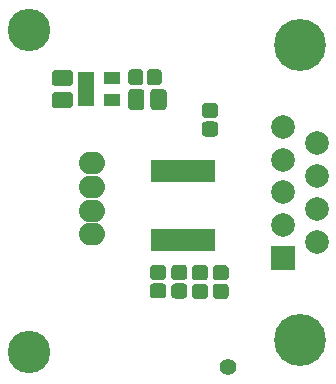
<source format=gbs>
G04 #@! TF.GenerationSoftware,KiCad,Pcbnew,(5.1.2)-1*
G04 #@! TF.CreationDate,2019-11-04T01:50:09+09:00*
G04 #@! TF.ProjectId,IR,49522e6b-6963-4616-945f-706362585858,v1.1*
G04 #@! TF.SameCoordinates,Original*
G04 #@! TF.FileFunction,Soldermask,Bot*
G04 #@! TF.FilePolarity,Negative*
%FSLAX46Y46*%
G04 Gerber Fmt 4.6, Leading zero omitted, Abs format (unit mm)*
G04 Created by KiCad (PCBNEW (5.1.2)-1) date 2019-11-04 01:50:09*
%MOMM*%
%LPD*%
G04 APERTURE LIST*
%ADD10C,3.600000*%
%ADD11O,2.200000X1.924000*%
%ADD12C,0.050000*%
%ADD13C,1.375000*%
%ADD14C,1.275000*%
%ADD15R,1.460000X1.050000*%
%ADD16C,1.400000*%
%ADD17R,0.850000X1.900000*%
%ADD18R,2.000000X2.000000*%
%ADD19C,2.000000*%
%ADD20C,4.400000*%
G04 APERTURE END LIST*
D10*
X179900000Y-124000000D03*
X179900000Y-96700000D03*
D11*
X185200000Y-114000000D03*
X185200000Y-112000000D03*
X185200000Y-110000000D03*
X185200000Y-108000000D03*
D12*
G36*
X183289943Y-100076655D02*
G01*
X183323312Y-100081605D01*
X183356035Y-100089802D01*
X183387797Y-100101166D01*
X183418293Y-100115590D01*
X183447227Y-100132932D01*
X183474323Y-100153028D01*
X183499318Y-100175682D01*
X183521972Y-100200677D01*
X183542068Y-100227773D01*
X183559410Y-100256707D01*
X183573834Y-100287203D01*
X183585198Y-100318965D01*
X183593395Y-100351688D01*
X183598345Y-100385057D01*
X183600000Y-100418750D01*
X183600000Y-101106250D01*
X183598345Y-101139943D01*
X183593395Y-101173312D01*
X183585198Y-101206035D01*
X183573834Y-101237797D01*
X183559410Y-101268293D01*
X183542068Y-101297227D01*
X183521972Y-101324323D01*
X183499318Y-101349318D01*
X183474323Y-101371972D01*
X183447227Y-101392068D01*
X183418293Y-101409410D01*
X183387797Y-101423834D01*
X183356035Y-101435198D01*
X183323312Y-101443395D01*
X183289943Y-101448345D01*
X183256250Y-101450000D01*
X182143750Y-101450000D01*
X182110057Y-101448345D01*
X182076688Y-101443395D01*
X182043965Y-101435198D01*
X182012203Y-101423834D01*
X181981707Y-101409410D01*
X181952773Y-101392068D01*
X181925677Y-101371972D01*
X181900682Y-101349318D01*
X181878028Y-101324323D01*
X181857932Y-101297227D01*
X181840590Y-101268293D01*
X181826166Y-101237797D01*
X181814802Y-101206035D01*
X181806605Y-101173312D01*
X181801655Y-101139943D01*
X181800000Y-101106250D01*
X181800000Y-100418750D01*
X181801655Y-100385057D01*
X181806605Y-100351688D01*
X181814802Y-100318965D01*
X181826166Y-100287203D01*
X181840590Y-100256707D01*
X181857932Y-100227773D01*
X181878028Y-100200677D01*
X181900682Y-100175682D01*
X181925677Y-100153028D01*
X181952773Y-100132932D01*
X181981707Y-100115590D01*
X182012203Y-100101166D01*
X182043965Y-100089802D01*
X182076688Y-100081605D01*
X182110057Y-100076655D01*
X182143750Y-100075000D01*
X183256250Y-100075000D01*
X183289943Y-100076655D01*
X183289943Y-100076655D01*
G37*
D13*
X182700000Y-100762500D03*
D12*
G36*
X183289943Y-101951655D02*
G01*
X183323312Y-101956605D01*
X183356035Y-101964802D01*
X183387797Y-101976166D01*
X183418293Y-101990590D01*
X183447227Y-102007932D01*
X183474323Y-102028028D01*
X183499318Y-102050682D01*
X183521972Y-102075677D01*
X183542068Y-102102773D01*
X183559410Y-102131707D01*
X183573834Y-102162203D01*
X183585198Y-102193965D01*
X183593395Y-102226688D01*
X183598345Y-102260057D01*
X183600000Y-102293750D01*
X183600000Y-102981250D01*
X183598345Y-103014943D01*
X183593395Y-103048312D01*
X183585198Y-103081035D01*
X183573834Y-103112797D01*
X183559410Y-103143293D01*
X183542068Y-103172227D01*
X183521972Y-103199323D01*
X183499318Y-103224318D01*
X183474323Y-103246972D01*
X183447227Y-103267068D01*
X183418293Y-103284410D01*
X183387797Y-103298834D01*
X183356035Y-103310198D01*
X183323312Y-103318395D01*
X183289943Y-103323345D01*
X183256250Y-103325000D01*
X182143750Y-103325000D01*
X182110057Y-103323345D01*
X182076688Y-103318395D01*
X182043965Y-103310198D01*
X182012203Y-103298834D01*
X181981707Y-103284410D01*
X181952773Y-103267068D01*
X181925677Y-103246972D01*
X181900682Y-103224318D01*
X181878028Y-103199323D01*
X181857932Y-103172227D01*
X181840590Y-103143293D01*
X181826166Y-103112797D01*
X181814802Y-103081035D01*
X181806605Y-103048312D01*
X181801655Y-103014943D01*
X181800000Y-102981250D01*
X181800000Y-102293750D01*
X181801655Y-102260057D01*
X181806605Y-102226688D01*
X181814802Y-102193965D01*
X181826166Y-102162203D01*
X181840590Y-102131707D01*
X181857932Y-102102773D01*
X181878028Y-102075677D01*
X181900682Y-102050682D01*
X181925677Y-102028028D01*
X181952773Y-102007932D01*
X181981707Y-101990590D01*
X182012203Y-101976166D01*
X182043965Y-101964802D01*
X182076688Y-101956605D01*
X182110057Y-101951655D01*
X182143750Y-101950000D01*
X183256250Y-101950000D01*
X183289943Y-101951655D01*
X183289943Y-101951655D01*
G37*
D13*
X182700000Y-102637500D03*
D12*
G36*
X190837493Y-100026535D02*
G01*
X190868435Y-100031125D01*
X190898778Y-100038725D01*
X190928230Y-100049263D01*
X190956508Y-100062638D01*
X190983338Y-100078719D01*
X191008463Y-100097353D01*
X191031640Y-100118360D01*
X191052647Y-100141537D01*
X191071281Y-100166662D01*
X191087362Y-100193492D01*
X191100737Y-100221770D01*
X191111275Y-100251222D01*
X191118875Y-100281565D01*
X191123465Y-100312507D01*
X191125000Y-100343750D01*
X191125000Y-101056250D01*
X191123465Y-101087493D01*
X191118875Y-101118435D01*
X191111275Y-101148778D01*
X191100737Y-101178230D01*
X191087362Y-101206508D01*
X191071281Y-101233338D01*
X191052647Y-101258463D01*
X191031640Y-101281640D01*
X191008463Y-101302647D01*
X190983338Y-101321281D01*
X190956508Y-101337362D01*
X190928230Y-101350737D01*
X190898778Y-101361275D01*
X190868435Y-101368875D01*
X190837493Y-101373465D01*
X190806250Y-101375000D01*
X190168750Y-101375000D01*
X190137507Y-101373465D01*
X190106565Y-101368875D01*
X190076222Y-101361275D01*
X190046770Y-101350737D01*
X190018492Y-101337362D01*
X189991662Y-101321281D01*
X189966537Y-101302647D01*
X189943360Y-101281640D01*
X189922353Y-101258463D01*
X189903719Y-101233338D01*
X189887638Y-101206508D01*
X189874263Y-101178230D01*
X189863725Y-101148778D01*
X189856125Y-101118435D01*
X189851535Y-101087493D01*
X189850000Y-101056250D01*
X189850000Y-100343750D01*
X189851535Y-100312507D01*
X189856125Y-100281565D01*
X189863725Y-100251222D01*
X189874263Y-100221770D01*
X189887638Y-100193492D01*
X189903719Y-100166662D01*
X189922353Y-100141537D01*
X189943360Y-100118360D01*
X189966537Y-100097353D01*
X189991662Y-100078719D01*
X190018492Y-100062638D01*
X190046770Y-100049263D01*
X190076222Y-100038725D01*
X190106565Y-100031125D01*
X190137507Y-100026535D01*
X190168750Y-100025000D01*
X190806250Y-100025000D01*
X190837493Y-100026535D01*
X190837493Y-100026535D01*
G37*
D14*
X190487500Y-100700000D03*
D12*
G36*
X189262493Y-100026535D02*
G01*
X189293435Y-100031125D01*
X189323778Y-100038725D01*
X189353230Y-100049263D01*
X189381508Y-100062638D01*
X189408338Y-100078719D01*
X189433463Y-100097353D01*
X189456640Y-100118360D01*
X189477647Y-100141537D01*
X189496281Y-100166662D01*
X189512362Y-100193492D01*
X189525737Y-100221770D01*
X189536275Y-100251222D01*
X189543875Y-100281565D01*
X189548465Y-100312507D01*
X189550000Y-100343750D01*
X189550000Y-101056250D01*
X189548465Y-101087493D01*
X189543875Y-101118435D01*
X189536275Y-101148778D01*
X189525737Y-101178230D01*
X189512362Y-101206508D01*
X189496281Y-101233338D01*
X189477647Y-101258463D01*
X189456640Y-101281640D01*
X189433463Y-101302647D01*
X189408338Y-101321281D01*
X189381508Y-101337362D01*
X189353230Y-101350737D01*
X189323778Y-101361275D01*
X189293435Y-101368875D01*
X189262493Y-101373465D01*
X189231250Y-101375000D01*
X188593750Y-101375000D01*
X188562507Y-101373465D01*
X188531565Y-101368875D01*
X188501222Y-101361275D01*
X188471770Y-101350737D01*
X188443492Y-101337362D01*
X188416662Y-101321281D01*
X188391537Y-101302647D01*
X188368360Y-101281640D01*
X188347353Y-101258463D01*
X188328719Y-101233338D01*
X188312638Y-101206508D01*
X188299263Y-101178230D01*
X188288725Y-101148778D01*
X188281125Y-101118435D01*
X188276535Y-101087493D01*
X188275000Y-101056250D01*
X188275000Y-100343750D01*
X188276535Y-100312507D01*
X188281125Y-100281565D01*
X188288725Y-100251222D01*
X188299263Y-100221770D01*
X188312638Y-100193492D01*
X188328719Y-100166662D01*
X188347353Y-100141537D01*
X188368360Y-100118360D01*
X188391537Y-100097353D01*
X188416662Y-100078719D01*
X188443492Y-100062638D01*
X188471770Y-100049263D01*
X188501222Y-100038725D01*
X188531565Y-100031125D01*
X188562507Y-100026535D01*
X188593750Y-100025000D01*
X189231250Y-100025000D01*
X189262493Y-100026535D01*
X189262493Y-100026535D01*
G37*
D14*
X188912500Y-100700000D03*
D12*
G36*
X189339943Y-101701655D02*
G01*
X189373312Y-101706605D01*
X189406035Y-101714802D01*
X189437797Y-101726166D01*
X189468293Y-101740590D01*
X189497227Y-101757932D01*
X189524323Y-101778028D01*
X189549318Y-101800682D01*
X189571972Y-101825677D01*
X189592068Y-101852773D01*
X189609410Y-101881707D01*
X189623834Y-101912203D01*
X189635198Y-101943965D01*
X189643395Y-101976688D01*
X189648345Y-102010057D01*
X189650000Y-102043750D01*
X189650000Y-103156250D01*
X189648345Y-103189943D01*
X189643395Y-103223312D01*
X189635198Y-103256035D01*
X189623834Y-103287797D01*
X189609410Y-103318293D01*
X189592068Y-103347227D01*
X189571972Y-103374323D01*
X189549318Y-103399318D01*
X189524323Y-103421972D01*
X189497227Y-103442068D01*
X189468293Y-103459410D01*
X189437797Y-103473834D01*
X189406035Y-103485198D01*
X189373312Y-103493395D01*
X189339943Y-103498345D01*
X189306250Y-103500000D01*
X188618750Y-103500000D01*
X188585057Y-103498345D01*
X188551688Y-103493395D01*
X188518965Y-103485198D01*
X188487203Y-103473834D01*
X188456707Y-103459410D01*
X188427773Y-103442068D01*
X188400677Y-103421972D01*
X188375682Y-103399318D01*
X188353028Y-103374323D01*
X188332932Y-103347227D01*
X188315590Y-103318293D01*
X188301166Y-103287797D01*
X188289802Y-103256035D01*
X188281605Y-103223312D01*
X188276655Y-103189943D01*
X188275000Y-103156250D01*
X188275000Y-102043750D01*
X188276655Y-102010057D01*
X188281605Y-101976688D01*
X188289802Y-101943965D01*
X188301166Y-101912203D01*
X188315590Y-101881707D01*
X188332932Y-101852773D01*
X188353028Y-101825677D01*
X188375682Y-101800682D01*
X188400677Y-101778028D01*
X188427773Y-101757932D01*
X188456707Y-101740590D01*
X188487203Y-101726166D01*
X188518965Y-101714802D01*
X188551688Y-101706605D01*
X188585057Y-101701655D01*
X188618750Y-101700000D01*
X189306250Y-101700000D01*
X189339943Y-101701655D01*
X189339943Y-101701655D01*
G37*
D13*
X188962500Y-102600000D03*
D12*
G36*
X191214943Y-101701655D02*
G01*
X191248312Y-101706605D01*
X191281035Y-101714802D01*
X191312797Y-101726166D01*
X191343293Y-101740590D01*
X191372227Y-101757932D01*
X191399323Y-101778028D01*
X191424318Y-101800682D01*
X191446972Y-101825677D01*
X191467068Y-101852773D01*
X191484410Y-101881707D01*
X191498834Y-101912203D01*
X191510198Y-101943965D01*
X191518395Y-101976688D01*
X191523345Y-102010057D01*
X191525000Y-102043750D01*
X191525000Y-103156250D01*
X191523345Y-103189943D01*
X191518395Y-103223312D01*
X191510198Y-103256035D01*
X191498834Y-103287797D01*
X191484410Y-103318293D01*
X191467068Y-103347227D01*
X191446972Y-103374323D01*
X191424318Y-103399318D01*
X191399323Y-103421972D01*
X191372227Y-103442068D01*
X191343293Y-103459410D01*
X191312797Y-103473834D01*
X191281035Y-103485198D01*
X191248312Y-103493395D01*
X191214943Y-103498345D01*
X191181250Y-103500000D01*
X190493750Y-103500000D01*
X190460057Y-103498345D01*
X190426688Y-103493395D01*
X190393965Y-103485198D01*
X190362203Y-103473834D01*
X190331707Y-103459410D01*
X190302773Y-103442068D01*
X190275677Y-103421972D01*
X190250682Y-103399318D01*
X190228028Y-103374323D01*
X190207932Y-103347227D01*
X190190590Y-103318293D01*
X190176166Y-103287797D01*
X190164802Y-103256035D01*
X190156605Y-103223312D01*
X190151655Y-103189943D01*
X190150000Y-103156250D01*
X190150000Y-102043750D01*
X190151655Y-102010057D01*
X190156605Y-101976688D01*
X190164802Y-101943965D01*
X190176166Y-101912203D01*
X190190590Y-101881707D01*
X190207932Y-101852773D01*
X190228028Y-101825677D01*
X190250682Y-101800682D01*
X190275677Y-101778028D01*
X190302773Y-101757932D01*
X190331707Y-101740590D01*
X190362203Y-101726166D01*
X190393965Y-101714802D01*
X190426688Y-101706605D01*
X190460057Y-101701655D01*
X190493750Y-101700000D01*
X191181250Y-101700000D01*
X191214943Y-101701655D01*
X191214943Y-101701655D01*
G37*
D13*
X190837500Y-102600000D03*
D15*
X184700000Y-102650000D03*
X184700000Y-101700000D03*
X184700000Y-100750000D03*
X186900000Y-100750000D03*
X186900000Y-102650000D03*
D16*
X196700000Y-125200000D03*
D12*
G36*
X196487493Y-116614535D02*
G01*
X196518435Y-116619125D01*
X196548778Y-116626725D01*
X196578230Y-116637263D01*
X196606508Y-116650638D01*
X196633338Y-116666719D01*
X196658463Y-116685353D01*
X196681640Y-116706360D01*
X196702647Y-116729537D01*
X196721281Y-116754662D01*
X196737362Y-116781492D01*
X196750737Y-116809770D01*
X196761275Y-116839222D01*
X196768875Y-116869565D01*
X196773465Y-116900507D01*
X196775000Y-116931750D01*
X196775000Y-117569250D01*
X196773465Y-117600493D01*
X196768875Y-117631435D01*
X196761275Y-117661778D01*
X196750737Y-117691230D01*
X196737362Y-117719508D01*
X196721281Y-117746338D01*
X196702647Y-117771463D01*
X196681640Y-117794640D01*
X196658463Y-117815647D01*
X196633338Y-117834281D01*
X196606508Y-117850362D01*
X196578230Y-117863737D01*
X196548778Y-117874275D01*
X196518435Y-117881875D01*
X196487493Y-117886465D01*
X196456250Y-117888000D01*
X195743750Y-117888000D01*
X195712507Y-117886465D01*
X195681565Y-117881875D01*
X195651222Y-117874275D01*
X195621770Y-117863737D01*
X195593492Y-117850362D01*
X195566662Y-117834281D01*
X195541537Y-117815647D01*
X195518360Y-117794640D01*
X195497353Y-117771463D01*
X195478719Y-117746338D01*
X195462638Y-117719508D01*
X195449263Y-117691230D01*
X195438725Y-117661778D01*
X195431125Y-117631435D01*
X195426535Y-117600493D01*
X195425000Y-117569250D01*
X195425000Y-116931750D01*
X195426535Y-116900507D01*
X195431125Y-116869565D01*
X195438725Y-116839222D01*
X195449263Y-116809770D01*
X195462638Y-116781492D01*
X195478719Y-116754662D01*
X195497353Y-116729537D01*
X195518360Y-116706360D01*
X195541537Y-116685353D01*
X195566662Y-116666719D01*
X195593492Y-116650638D01*
X195621770Y-116637263D01*
X195651222Y-116626725D01*
X195681565Y-116619125D01*
X195712507Y-116614535D01*
X195743750Y-116613000D01*
X196456250Y-116613000D01*
X196487493Y-116614535D01*
X196487493Y-116614535D01*
G37*
D14*
X196100000Y-117250500D03*
D12*
G36*
X196487493Y-118189535D02*
G01*
X196518435Y-118194125D01*
X196548778Y-118201725D01*
X196578230Y-118212263D01*
X196606508Y-118225638D01*
X196633338Y-118241719D01*
X196658463Y-118260353D01*
X196681640Y-118281360D01*
X196702647Y-118304537D01*
X196721281Y-118329662D01*
X196737362Y-118356492D01*
X196750737Y-118384770D01*
X196761275Y-118414222D01*
X196768875Y-118444565D01*
X196773465Y-118475507D01*
X196775000Y-118506750D01*
X196775000Y-119144250D01*
X196773465Y-119175493D01*
X196768875Y-119206435D01*
X196761275Y-119236778D01*
X196750737Y-119266230D01*
X196737362Y-119294508D01*
X196721281Y-119321338D01*
X196702647Y-119346463D01*
X196681640Y-119369640D01*
X196658463Y-119390647D01*
X196633338Y-119409281D01*
X196606508Y-119425362D01*
X196578230Y-119438737D01*
X196548778Y-119449275D01*
X196518435Y-119456875D01*
X196487493Y-119461465D01*
X196456250Y-119463000D01*
X195743750Y-119463000D01*
X195712507Y-119461465D01*
X195681565Y-119456875D01*
X195651222Y-119449275D01*
X195621770Y-119438737D01*
X195593492Y-119425362D01*
X195566662Y-119409281D01*
X195541537Y-119390647D01*
X195518360Y-119369640D01*
X195497353Y-119346463D01*
X195478719Y-119321338D01*
X195462638Y-119294508D01*
X195449263Y-119266230D01*
X195438725Y-119236778D01*
X195431125Y-119206435D01*
X195426535Y-119175493D01*
X195425000Y-119144250D01*
X195425000Y-118506750D01*
X195426535Y-118475507D01*
X195431125Y-118444565D01*
X195438725Y-118414222D01*
X195449263Y-118384770D01*
X195462638Y-118356492D01*
X195478719Y-118329662D01*
X195497353Y-118304537D01*
X195518360Y-118281360D01*
X195541537Y-118260353D01*
X195566662Y-118241719D01*
X195593492Y-118225638D01*
X195621770Y-118212263D01*
X195651222Y-118201725D01*
X195681565Y-118194125D01*
X195712507Y-118189535D01*
X195743750Y-118188000D01*
X196456250Y-118188000D01*
X196487493Y-118189535D01*
X196487493Y-118189535D01*
G37*
D14*
X196100000Y-118825500D03*
D12*
G36*
X195587493Y-104451535D02*
G01*
X195618435Y-104456125D01*
X195648778Y-104463725D01*
X195678230Y-104474263D01*
X195706508Y-104487638D01*
X195733338Y-104503719D01*
X195758463Y-104522353D01*
X195781640Y-104543360D01*
X195802647Y-104566537D01*
X195821281Y-104591662D01*
X195837362Y-104618492D01*
X195850737Y-104646770D01*
X195861275Y-104676222D01*
X195868875Y-104706565D01*
X195873465Y-104737507D01*
X195875000Y-104768750D01*
X195875000Y-105406250D01*
X195873465Y-105437493D01*
X195868875Y-105468435D01*
X195861275Y-105498778D01*
X195850737Y-105528230D01*
X195837362Y-105556508D01*
X195821281Y-105583338D01*
X195802647Y-105608463D01*
X195781640Y-105631640D01*
X195758463Y-105652647D01*
X195733338Y-105671281D01*
X195706508Y-105687362D01*
X195678230Y-105700737D01*
X195648778Y-105711275D01*
X195618435Y-105718875D01*
X195587493Y-105723465D01*
X195556250Y-105725000D01*
X194843750Y-105725000D01*
X194812507Y-105723465D01*
X194781565Y-105718875D01*
X194751222Y-105711275D01*
X194721770Y-105700737D01*
X194693492Y-105687362D01*
X194666662Y-105671281D01*
X194641537Y-105652647D01*
X194618360Y-105631640D01*
X194597353Y-105608463D01*
X194578719Y-105583338D01*
X194562638Y-105556508D01*
X194549263Y-105528230D01*
X194538725Y-105498778D01*
X194531125Y-105468435D01*
X194526535Y-105437493D01*
X194525000Y-105406250D01*
X194525000Y-104768750D01*
X194526535Y-104737507D01*
X194531125Y-104706565D01*
X194538725Y-104676222D01*
X194549263Y-104646770D01*
X194562638Y-104618492D01*
X194578719Y-104591662D01*
X194597353Y-104566537D01*
X194618360Y-104543360D01*
X194641537Y-104522353D01*
X194666662Y-104503719D01*
X194693492Y-104487638D01*
X194721770Y-104474263D01*
X194751222Y-104463725D01*
X194781565Y-104456125D01*
X194812507Y-104451535D01*
X194843750Y-104450000D01*
X195556250Y-104450000D01*
X195587493Y-104451535D01*
X195587493Y-104451535D01*
G37*
D14*
X195200000Y-105087500D03*
D12*
G36*
X195587493Y-102876535D02*
G01*
X195618435Y-102881125D01*
X195648778Y-102888725D01*
X195678230Y-102899263D01*
X195706508Y-102912638D01*
X195733338Y-102928719D01*
X195758463Y-102947353D01*
X195781640Y-102968360D01*
X195802647Y-102991537D01*
X195821281Y-103016662D01*
X195837362Y-103043492D01*
X195850737Y-103071770D01*
X195861275Y-103101222D01*
X195868875Y-103131565D01*
X195873465Y-103162507D01*
X195875000Y-103193750D01*
X195875000Y-103831250D01*
X195873465Y-103862493D01*
X195868875Y-103893435D01*
X195861275Y-103923778D01*
X195850737Y-103953230D01*
X195837362Y-103981508D01*
X195821281Y-104008338D01*
X195802647Y-104033463D01*
X195781640Y-104056640D01*
X195758463Y-104077647D01*
X195733338Y-104096281D01*
X195706508Y-104112362D01*
X195678230Y-104125737D01*
X195648778Y-104136275D01*
X195618435Y-104143875D01*
X195587493Y-104148465D01*
X195556250Y-104150000D01*
X194843750Y-104150000D01*
X194812507Y-104148465D01*
X194781565Y-104143875D01*
X194751222Y-104136275D01*
X194721770Y-104125737D01*
X194693492Y-104112362D01*
X194666662Y-104096281D01*
X194641537Y-104077647D01*
X194618360Y-104056640D01*
X194597353Y-104033463D01*
X194578719Y-104008338D01*
X194562638Y-103981508D01*
X194549263Y-103953230D01*
X194538725Y-103923778D01*
X194531125Y-103893435D01*
X194526535Y-103862493D01*
X194525000Y-103831250D01*
X194525000Y-103193750D01*
X194526535Y-103162507D01*
X194531125Y-103131565D01*
X194538725Y-103101222D01*
X194549263Y-103071770D01*
X194562638Y-103043492D01*
X194578719Y-103016662D01*
X194597353Y-102991537D01*
X194618360Y-102968360D01*
X194641537Y-102947353D01*
X194666662Y-102928719D01*
X194693492Y-102912638D01*
X194721770Y-102899263D01*
X194751222Y-102888725D01*
X194781565Y-102881125D01*
X194812507Y-102876535D01*
X194843750Y-102875000D01*
X195556250Y-102875000D01*
X195587493Y-102876535D01*
X195587493Y-102876535D01*
G37*
D14*
X195200000Y-103512500D03*
D12*
G36*
X192987493Y-118163535D02*
G01*
X193018435Y-118168125D01*
X193048778Y-118175725D01*
X193078230Y-118186263D01*
X193106508Y-118199638D01*
X193133338Y-118215719D01*
X193158463Y-118234353D01*
X193181640Y-118255360D01*
X193202647Y-118278537D01*
X193221281Y-118303662D01*
X193237362Y-118330492D01*
X193250737Y-118358770D01*
X193261275Y-118388222D01*
X193268875Y-118418565D01*
X193273465Y-118449507D01*
X193275000Y-118480750D01*
X193275000Y-119118250D01*
X193273465Y-119149493D01*
X193268875Y-119180435D01*
X193261275Y-119210778D01*
X193250737Y-119240230D01*
X193237362Y-119268508D01*
X193221281Y-119295338D01*
X193202647Y-119320463D01*
X193181640Y-119343640D01*
X193158463Y-119364647D01*
X193133338Y-119383281D01*
X193106508Y-119399362D01*
X193078230Y-119412737D01*
X193048778Y-119423275D01*
X193018435Y-119430875D01*
X192987493Y-119435465D01*
X192956250Y-119437000D01*
X192243750Y-119437000D01*
X192212507Y-119435465D01*
X192181565Y-119430875D01*
X192151222Y-119423275D01*
X192121770Y-119412737D01*
X192093492Y-119399362D01*
X192066662Y-119383281D01*
X192041537Y-119364647D01*
X192018360Y-119343640D01*
X191997353Y-119320463D01*
X191978719Y-119295338D01*
X191962638Y-119268508D01*
X191949263Y-119240230D01*
X191938725Y-119210778D01*
X191931125Y-119180435D01*
X191926535Y-119149493D01*
X191925000Y-119118250D01*
X191925000Y-118480750D01*
X191926535Y-118449507D01*
X191931125Y-118418565D01*
X191938725Y-118388222D01*
X191949263Y-118358770D01*
X191962638Y-118330492D01*
X191978719Y-118303662D01*
X191997353Y-118278537D01*
X192018360Y-118255360D01*
X192041537Y-118234353D01*
X192066662Y-118215719D01*
X192093492Y-118199638D01*
X192121770Y-118186263D01*
X192151222Y-118175725D01*
X192181565Y-118168125D01*
X192212507Y-118163535D01*
X192243750Y-118162000D01*
X192956250Y-118162000D01*
X192987493Y-118163535D01*
X192987493Y-118163535D01*
G37*
D14*
X192600000Y-118799500D03*
D12*
G36*
X192987493Y-116588535D02*
G01*
X193018435Y-116593125D01*
X193048778Y-116600725D01*
X193078230Y-116611263D01*
X193106508Y-116624638D01*
X193133338Y-116640719D01*
X193158463Y-116659353D01*
X193181640Y-116680360D01*
X193202647Y-116703537D01*
X193221281Y-116728662D01*
X193237362Y-116755492D01*
X193250737Y-116783770D01*
X193261275Y-116813222D01*
X193268875Y-116843565D01*
X193273465Y-116874507D01*
X193275000Y-116905750D01*
X193275000Y-117543250D01*
X193273465Y-117574493D01*
X193268875Y-117605435D01*
X193261275Y-117635778D01*
X193250737Y-117665230D01*
X193237362Y-117693508D01*
X193221281Y-117720338D01*
X193202647Y-117745463D01*
X193181640Y-117768640D01*
X193158463Y-117789647D01*
X193133338Y-117808281D01*
X193106508Y-117824362D01*
X193078230Y-117837737D01*
X193048778Y-117848275D01*
X193018435Y-117855875D01*
X192987493Y-117860465D01*
X192956250Y-117862000D01*
X192243750Y-117862000D01*
X192212507Y-117860465D01*
X192181565Y-117855875D01*
X192151222Y-117848275D01*
X192121770Y-117837737D01*
X192093492Y-117824362D01*
X192066662Y-117808281D01*
X192041537Y-117789647D01*
X192018360Y-117768640D01*
X191997353Y-117745463D01*
X191978719Y-117720338D01*
X191962638Y-117693508D01*
X191949263Y-117665230D01*
X191938725Y-117635778D01*
X191931125Y-117605435D01*
X191926535Y-117574493D01*
X191925000Y-117543250D01*
X191925000Y-116905750D01*
X191926535Y-116874507D01*
X191931125Y-116843565D01*
X191938725Y-116813222D01*
X191949263Y-116783770D01*
X191962638Y-116755492D01*
X191978719Y-116728662D01*
X191997353Y-116703537D01*
X192018360Y-116680360D01*
X192041537Y-116659353D01*
X192066662Y-116640719D01*
X192093492Y-116624638D01*
X192121770Y-116611263D01*
X192151222Y-116600725D01*
X192181565Y-116593125D01*
X192212507Y-116588535D01*
X192243750Y-116587000D01*
X192956250Y-116587000D01*
X192987493Y-116588535D01*
X192987493Y-116588535D01*
G37*
D14*
X192600000Y-117224500D03*
D12*
G36*
X194737493Y-118189535D02*
G01*
X194768435Y-118194125D01*
X194798778Y-118201725D01*
X194828230Y-118212263D01*
X194856508Y-118225638D01*
X194883338Y-118241719D01*
X194908463Y-118260353D01*
X194931640Y-118281360D01*
X194952647Y-118304537D01*
X194971281Y-118329662D01*
X194987362Y-118356492D01*
X195000737Y-118384770D01*
X195011275Y-118414222D01*
X195018875Y-118444565D01*
X195023465Y-118475507D01*
X195025000Y-118506750D01*
X195025000Y-119144250D01*
X195023465Y-119175493D01*
X195018875Y-119206435D01*
X195011275Y-119236778D01*
X195000737Y-119266230D01*
X194987362Y-119294508D01*
X194971281Y-119321338D01*
X194952647Y-119346463D01*
X194931640Y-119369640D01*
X194908463Y-119390647D01*
X194883338Y-119409281D01*
X194856508Y-119425362D01*
X194828230Y-119438737D01*
X194798778Y-119449275D01*
X194768435Y-119456875D01*
X194737493Y-119461465D01*
X194706250Y-119463000D01*
X193993750Y-119463000D01*
X193962507Y-119461465D01*
X193931565Y-119456875D01*
X193901222Y-119449275D01*
X193871770Y-119438737D01*
X193843492Y-119425362D01*
X193816662Y-119409281D01*
X193791537Y-119390647D01*
X193768360Y-119369640D01*
X193747353Y-119346463D01*
X193728719Y-119321338D01*
X193712638Y-119294508D01*
X193699263Y-119266230D01*
X193688725Y-119236778D01*
X193681125Y-119206435D01*
X193676535Y-119175493D01*
X193675000Y-119144250D01*
X193675000Y-118506750D01*
X193676535Y-118475507D01*
X193681125Y-118444565D01*
X193688725Y-118414222D01*
X193699263Y-118384770D01*
X193712638Y-118356492D01*
X193728719Y-118329662D01*
X193747353Y-118304537D01*
X193768360Y-118281360D01*
X193791537Y-118260353D01*
X193816662Y-118241719D01*
X193843492Y-118225638D01*
X193871770Y-118212263D01*
X193901222Y-118201725D01*
X193931565Y-118194125D01*
X193962507Y-118189535D01*
X193993750Y-118188000D01*
X194706250Y-118188000D01*
X194737493Y-118189535D01*
X194737493Y-118189535D01*
G37*
D14*
X194350000Y-118825500D03*
D12*
G36*
X194737493Y-116614535D02*
G01*
X194768435Y-116619125D01*
X194798778Y-116626725D01*
X194828230Y-116637263D01*
X194856508Y-116650638D01*
X194883338Y-116666719D01*
X194908463Y-116685353D01*
X194931640Y-116706360D01*
X194952647Y-116729537D01*
X194971281Y-116754662D01*
X194987362Y-116781492D01*
X195000737Y-116809770D01*
X195011275Y-116839222D01*
X195018875Y-116869565D01*
X195023465Y-116900507D01*
X195025000Y-116931750D01*
X195025000Y-117569250D01*
X195023465Y-117600493D01*
X195018875Y-117631435D01*
X195011275Y-117661778D01*
X195000737Y-117691230D01*
X194987362Y-117719508D01*
X194971281Y-117746338D01*
X194952647Y-117771463D01*
X194931640Y-117794640D01*
X194908463Y-117815647D01*
X194883338Y-117834281D01*
X194856508Y-117850362D01*
X194828230Y-117863737D01*
X194798778Y-117874275D01*
X194768435Y-117881875D01*
X194737493Y-117886465D01*
X194706250Y-117888000D01*
X193993750Y-117888000D01*
X193962507Y-117886465D01*
X193931565Y-117881875D01*
X193901222Y-117874275D01*
X193871770Y-117863737D01*
X193843492Y-117850362D01*
X193816662Y-117834281D01*
X193791537Y-117815647D01*
X193768360Y-117794640D01*
X193747353Y-117771463D01*
X193728719Y-117746338D01*
X193712638Y-117719508D01*
X193699263Y-117691230D01*
X193688725Y-117661778D01*
X193681125Y-117631435D01*
X193676535Y-117600493D01*
X193675000Y-117569250D01*
X193675000Y-116931750D01*
X193676535Y-116900507D01*
X193681125Y-116869565D01*
X193688725Y-116839222D01*
X193699263Y-116809770D01*
X193712638Y-116781492D01*
X193728719Y-116754662D01*
X193747353Y-116729537D01*
X193768360Y-116706360D01*
X193791537Y-116685353D01*
X193816662Y-116666719D01*
X193843492Y-116650638D01*
X193871770Y-116637263D01*
X193901222Y-116626725D01*
X193931565Y-116619125D01*
X193962507Y-116614535D01*
X193993750Y-116613000D01*
X194706250Y-116613000D01*
X194737493Y-116614535D01*
X194737493Y-116614535D01*
G37*
D14*
X194350000Y-117250500D03*
D12*
G36*
X191187493Y-116576535D02*
G01*
X191218435Y-116581125D01*
X191248778Y-116588725D01*
X191278230Y-116599263D01*
X191306508Y-116612638D01*
X191333338Y-116628719D01*
X191358463Y-116647353D01*
X191381640Y-116668360D01*
X191402647Y-116691537D01*
X191421281Y-116716662D01*
X191437362Y-116743492D01*
X191450737Y-116771770D01*
X191461275Y-116801222D01*
X191468875Y-116831565D01*
X191473465Y-116862507D01*
X191475000Y-116893750D01*
X191475000Y-117531250D01*
X191473465Y-117562493D01*
X191468875Y-117593435D01*
X191461275Y-117623778D01*
X191450737Y-117653230D01*
X191437362Y-117681508D01*
X191421281Y-117708338D01*
X191402647Y-117733463D01*
X191381640Y-117756640D01*
X191358463Y-117777647D01*
X191333338Y-117796281D01*
X191306508Y-117812362D01*
X191278230Y-117825737D01*
X191248778Y-117836275D01*
X191218435Y-117843875D01*
X191187493Y-117848465D01*
X191156250Y-117850000D01*
X190443750Y-117850000D01*
X190412507Y-117848465D01*
X190381565Y-117843875D01*
X190351222Y-117836275D01*
X190321770Y-117825737D01*
X190293492Y-117812362D01*
X190266662Y-117796281D01*
X190241537Y-117777647D01*
X190218360Y-117756640D01*
X190197353Y-117733463D01*
X190178719Y-117708338D01*
X190162638Y-117681508D01*
X190149263Y-117653230D01*
X190138725Y-117623778D01*
X190131125Y-117593435D01*
X190126535Y-117562493D01*
X190125000Y-117531250D01*
X190125000Y-116893750D01*
X190126535Y-116862507D01*
X190131125Y-116831565D01*
X190138725Y-116801222D01*
X190149263Y-116771770D01*
X190162638Y-116743492D01*
X190178719Y-116716662D01*
X190197353Y-116691537D01*
X190218360Y-116668360D01*
X190241537Y-116647353D01*
X190266662Y-116628719D01*
X190293492Y-116612638D01*
X190321770Y-116599263D01*
X190351222Y-116588725D01*
X190381565Y-116581125D01*
X190412507Y-116576535D01*
X190443750Y-116575000D01*
X191156250Y-116575000D01*
X191187493Y-116576535D01*
X191187493Y-116576535D01*
G37*
D14*
X190800000Y-117212500D03*
D12*
G36*
X191187493Y-118151535D02*
G01*
X191218435Y-118156125D01*
X191248778Y-118163725D01*
X191278230Y-118174263D01*
X191306508Y-118187638D01*
X191333338Y-118203719D01*
X191358463Y-118222353D01*
X191381640Y-118243360D01*
X191402647Y-118266537D01*
X191421281Y-118291662D01*
X191437362Y-118318492D01*
X191450737Y-118346770D01*
X191461275Y-118376222D01*
X191468875Y-118406565D01*
X191473465Y-118437507D01*
X191475000Y-118468750D01*
X191475000Y-119106250D01*
X191473465Y-119137493D01*
X191468875Y-119168435D01*
X191461275Y-119198778D01*
X191450737Y-119228230D01*
X191437362Y-119256508D01*
X191421281Y-119283338D01*
X191402647Y-119308463D01*
X191381640Y-119331640D01*
X191358463Y-119352647D01*
X191333338Y-119371281D01*
X191306508Y-119387362D01*
X191278230Y-119400737D01*
X191248778Y-119411275D01*
X191218435Y-119418875D01*
X191187493Y-119423465D01*
X191156250Y-119425000D01*
X190443750Y-119425000D01*
X190412507Y-119423465D01*
X190381565Y-119418875D01*
X190351222Y-119411275D01*
X190321770Y-119400737D01*
X190293492Y-119387362D01*
X190266662Y-119371281D01*
X190241537Y-119352647D01*
X190218360Y-119331640D01*
X190197353Y-119308463D01*
X190178719Y-119283338D01*
X190162638Y-119256508D01*
X190149263Y-119228230D01*
X190138725Y-119198778D01*
X190131125Y-119168435D01*
X190126535Y-119137493D01*
X190125000Y-119106250D01*
X190125000Y-118468750D01*
X190126535Y-118437507D01*
X190131125Y-118406565D01*
X190138725Y-118376222D01*
X190149263Y-118346770D01*
X190162638Y-118318492D01*
X190178719Y-118291662D01*
X190197353Y-118266537D01*
X190218360Y-118243360D01*
X190241537Y-118222353D01*
X190266662Y-118203719D01*
X190293492Y-118187638D01*
X190321770Y-118174263D01*
X190351222Y-118163725D01*
X190381565Y-118156125D01*
X190412507Y-118151535D01*
X190443750Y-118150000D01*
X191156250Y-118150000D01*
X191187493Y-118151535D01*
X191187493Y-118151535D01*
G37*
D14*
X190800000Y-118787500D03*
D17*
X195175000Y-114500000D03*
X194525000Y-114500000D03*
X193875000Y-114500000D03*
X193225000Y-114500000D03*
X192575000Y-114500000D03*
X191925000Y-114500000D03*
X191275000Y-114500000D03*
X190625000Y-114500000D03*
X190625000Y-108600000D03*
X191275000Y-108600000D03*
X191925000Y-108600000D03*
X192575000Y-108600000D03*
X193225000Y-108600000D03*
X193875000Y-108600000D03*
X194525000Y-108600000D03*
X195175000Y-108600000D03*
D18*
X201400000Y-116000000D03*
D19*
X201400000Y-113230000D03*
X201400000Y-110460000D03*
X201400000Y-107690000D03*
X201400000Y-104920000D03*
X204240000Y-114615000D03*
X204240000Y-111845000D03*
X204240000Y-109075000D03*
X204240000Y-106305000D03*
D20*
X202820000Y-122960000D03*
X202820000Y-97960000D03*
M02*

</source>
